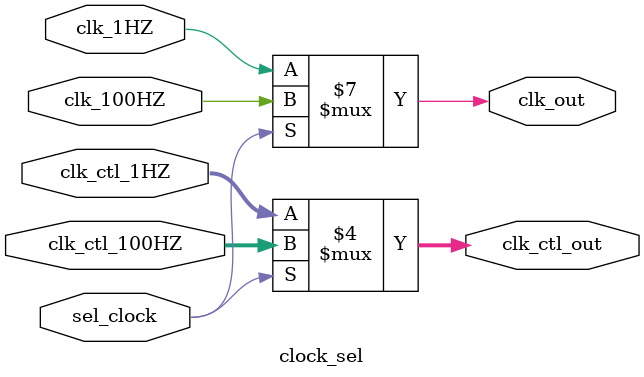
<source format=v>
`timescale 1ns / 1ps


module clock_sel(
    clk_100HZ,      // 100HZ signal
    clk_1HZ,        // 1HZ signal
    sel_clock,      // select which clock
    clk_ctl_1HZ,
    clk_ctl_100HZ,
    clk_out,        // output clock
    clk_ctl_out     // output clk_ctl
    );
    input clk_100HZ;
    input clk_1HZ;
    input sel_clock;
    input [1:0]clk_ctl_100HZ;
    input [1:0]clk_ctl_1HZ;
    output reg clk_out;
    output reg [1:0]clk_ctl_out;
// selcecting clock signal
always @*
    if (sel_clock == 1'b1)
    begin
        clk_out = clk_100HZ;
        clk_ctl_out = clk_ctl_100HZ;
    end
    else
    begin
        clk_out = clk_1HZ;
        clk_ctl_out = clk_ctl_1HZ;
    end
endmodule

</source>
